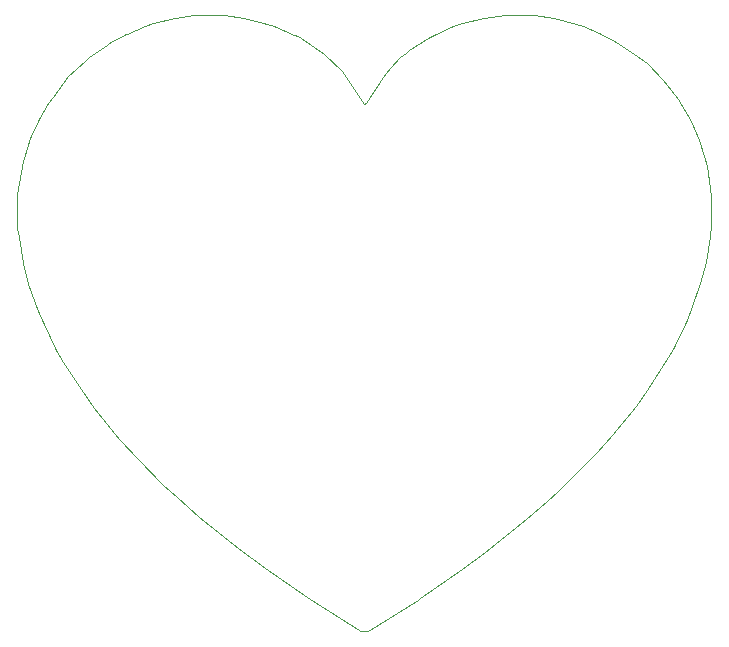
<source format=gbr>
%TF.GenerationSoftware,KiCad,Pcbnew,8.0.7-8.0.7-0~ubuntu24.04.1*%
%TF.CreationDate,2025-01-10T15:07:17-06:00*%
%TF.ProjectId,HeartLEDChaser_PCB,48656172-744c-4454-9443-68617365725f,rev?*%
%TF.SameCoordinates,Original*%
%TF.FileFunction,Profile,NP*%
%FSLAX46Y46*%
G04 Gerber Fmt 4.6, Leading zero omitted, Abs format (unit mm)*
G04 Created by KiCad (PCBNEW 8.0.7-8.0.7-0~ubuntu24.04.1) date 2025-01-10 15:07:17*
%MOMM*%
%LPD*%
G01*
G04 APERTURE LIST*
%TA.AperFunction,Profile*%
%ADD10C,0.014800*%
%TD*%
G04 APERTURE END LIST*
D10*
X159380000Y-90264000D02*
X159339361Y-87818967D01*
X101189882Y-84559471D02*
X101096462Y-84867692D01*
X118088000Y-72504000D02*
X115572000Y-72504000D01*
X133036000Y-76056000D02*
X132148000Y-76944000D01*
X131796197Y-77403164D02*
X131573760Y-77697320D01*
X100731361Y-91296967D02*
X101094118Y-93439471D01*
X102340800Y-97508600D02*
X102755200Y-98485400D01*
X134504615Y-121992923D02*
X134675385Y-121879077D01*
X156511077Y-79596615D02*
X155993077Y-78856615D01*
X114109226Y-113259544D02*
X116031671Y-114961718D01*
X158964462Y-85226308D02*
X158761882Y-84424529D01*
X158444118Y-95154529D02*
X158909882Y-93365471D01*
X101096462Y-84867692D02*
X100624000Y-87674000D01*
X150999628Y-108007669D02*
X152959760Y-105595320D01*
X132148000Y-76944000D02*
X131796197Y-77403164D01*
X147917400Y-73221800D02*
X146055000Y-72756000D01*
X152959760Y-105595320D02*
X153960240Y-104236680D01*
X130093760Y-79917320D02*
X130002000Y-80052000D01*
X103601077Y-79397385D02*
X103231760Y-79917320D01*
X152854680Y-75777760D02*
X151306600Y-74738800D01*
X128078000Y-77240000D02*
X126611320Y-75816240D01*
X102414800Y-81317400D02*
X101719200Y-82856600D01*
X135396600Y-74413200D02*
X133789320Y-75481760D01*
X140227320Y-117957760D02*
X143676329Y-115183718D01*
X134675385Y-121879077D02*
X138276680Y-119402240D01*
X129565400Y-124585200D02*
X129624600Y-124614800D01*
X129706000Y-124674000D02*
X130298000Y-124674000D01*
X137542600Y-73443800D02*
X135855400Y-74146800D01*
X124370600Y-74294800D02*
X124074600Y-74146800D01*
X126611320Y-75816240D02*
X125770680Y-75185760D01*
X143676329Y-115183718D02*
X145484558Y-113592398D01*
X145484558Y-113592398D02*
X146430000Y-112760000D01*
X151306600Y-74738800D02*
X149841400Y-73969200D01*
X124074600Y-74146800D02*
X122372600Y-73414200D01*
X107118240Y-105743320D02*
X109263664Y-108336044D01*
X144358000Y-72504000D02*
X141916000Y-72504000D01*
X130002000Y-80052000D02*
X128078000Y-77240000D01*
X111435400Y-73414200D02*
X109881400Y-74072800D01*
X103897077Y-100834615D02*
X104457200Y-101815400D01*
X113949000Y-72756000D02*
X112100529Y-73196118D01*
X100624000Y-90486000D02*
X100731361Y-91296967D01*
X159339361Y-87818967D02*
X159272639Y-87085033D01*
X100624000Y-87674000D02*
X100624000Y-90486000D01*
X135855400Y-74146800D02*
X135396600Y-74413200D01*
X157293200Y-98322600D02*
X157766800Y-97153400D01*
X119785000Y-72756000D02*
X118088000Y-72504000D01*
X131573760Y-77697320D02*
X130093760Y-79917320D01*
X104457200Y-101815400D02*
X105969760Y-104162680D01*
X130298000Y-124674000D02*
X134504615Y-121992923D01*
X158329200Y-83093400D02*
X157618800Y-81450600D01*
X146430000Y-112760000D02*
X149686000Y-109504000D01*
X103231760Y-79917320D02*
X102414800Y-81317400D01*
X106381561Y-76333951D02*
X104916000Y-77684000D01*
X108234615Y-75002923D02*
X106706439Y-76074049D01*
X141916000Y-72504000D02*
X140135000Y-72770000D01*
X155993077Y-78856615D02*
X155310000Y-77980000D01*
X121720529Y-73217882D02*
X119785000Y-72756000D01*
X101719200Y-82856600D02*
X101189882Y-84559471D01*
X125351385Y-121918923D02*
X129565400Y-124585200D01*
X138276680Y-119402240D02*
X140227320Y-117957760D01*
X115572000Y-72504000D02*
X113949000Y-72756000D01*
X155310000Y-77980000D02*
X153904000Y-76574000D01*
X158909882Y-93365471D02*
X159272317Y-91149193D01*
X156106923Y-100760615D02*
X157293200Y-98322600D01*
X133789320Y-75481760D02*
X133540680Y-75668240D01*
X153904000Y-76574000D02*
X152854680Y-75777760D01*
X104916000Y-77684000D02*
X103601077Y-79397385D01*
X157618800Y-81450600D02*
X156511077Y-79596615D01*
X155736923Y-101426615D02*
X156106923Y-100760615D01*
X109881400Y-74072800D02*
X109792600Y-74117200D01*
X148494600Y-73414200D02*
X147917400Y-73221800D01*
X102755200Y-98485400D02*
X103897077Y-100834615D01*
X122372600Y-73414200D02*
X121720529Y-73217882D01*
X112982000Y-112242000D02*
X114109226Y-113259544D01*
X125129385Y-121770923D02*
X125351385Y-121918923D01*
X109263664Y-108336044D02*
X110836000Y-110096000D01*
X101538118Y-95215471D02*
X102340800Y-97508600D01*
X153960240Y-104236680D02*
X155736923Y-101426615D01*
X159272639Y-87085033D02*
X158964462Y-85226308D01*
X106706439Y-76074049D02*
X106381561Y-76333951D01*
X121579320Y-119328240D02*
X125129385Y-121770923D01*
X158761882Y-84424529D02*
X158329200Y-83093400D01*
X110836000Y-110096000D02*
X112982000Y-112242000D01*
X133540680Y-75668240D02*
X133036000Y-76056000D01*
X125770680Y-75185760D02*
X124370600Y-74294800D01*
X149841400Y-73969200D02*
X148494600Y-73414200D01*
X138296529Y-73196118D02*
X137542600Y-73443800D01*
X129624600Y-124614800D02*
X129706000Y-124674000D01*
X108405385Y-74889077D02*
X108234615Y-75002923D01*
X119258680Y-117587760D02*
X121579320Y-119328240D01*
X109792600Y-74117200D02*
X108405385Y-74889077D01*
X146055000Y-72756000D02*
X144358000Y-72504000D01*
X101094118Y-93439471D02*
X101538118Y-95215471D01*
X105969760Y-104162680D02*
X107118240Y-105743320D01*
X149686000Y-109504000D02*
X150999628Y-108007669D01*
X140135000Y-72770000D02*
X138296529Y-73196118D01*
X157766800Y-97153400D02*
X158444118Y-95154529D01*
X116031671Y-114961718D02*
X119258680Y-117587760D01*
X112100529Y-73196118D02*
X111435400Y-73414200D01*
X159272317Y-91149193D02*
X159380000Y-90264000D01*
M02*

</source>
